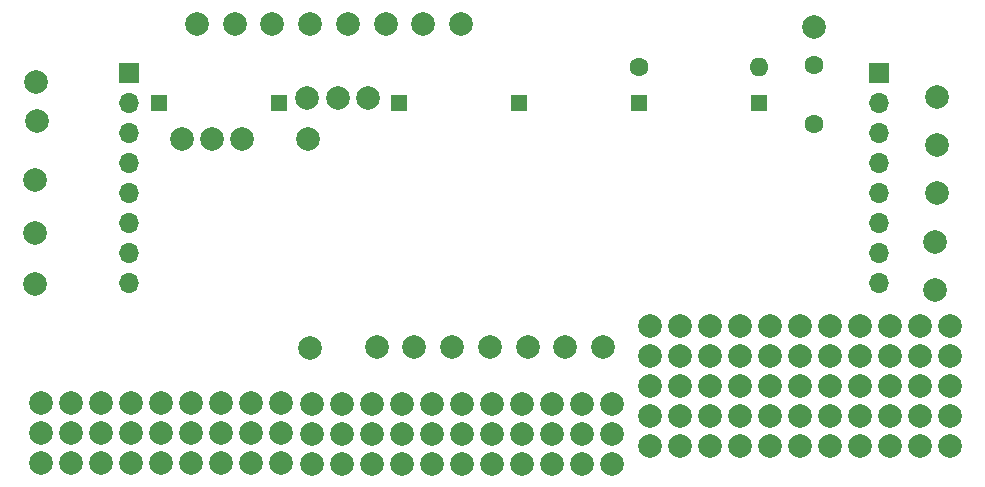
<source format=gbs>
G04 #@! TF.GenerationSoftware,KiCad,Pcbnew,6.0.9-8da3e8f707~116~ubuntu20.04.1*
G04 #@! TF.CreationDate,2022-11-05T19:19:53+00:00*
G04 #@! TF.ProjectId,slrm,736c726d-2e6b-4696-9361-645f70636258,rev?*
G04 #@! TF.SameCoordinates,Original*
G04 #@! TF.FileFunction,Soldermask,Bot*
G04 #@! TF.FilePolarity,Negative*
%FSLAX46Y46*%
G04 Gerber Fmt 4.6, Leading zero omitted, Abs format (unit mm)*
G04 Created by KiCad (PCBNEW 6.0.9-8da3e8f707~116~ubuntu20.04.1) date 2022-11-05 19:19:53*
%MOMM*%
%LPD*%
G01*
G04 APERTURE LIST*
%ADD10C,2.000000*%
%ADD11R,1.350000X1.350000*%
%ADD12C,1.600000*%
%ADD13R,1.700000X1.700000*%
%ADD14O,1.700000X1.700000*%
%ADD15O,1.600000X1.600000*%
G04 APERTURE END LIST*
D10*
X111940000Y-114290000D03*
X122100000Y-114290000D03*
X119560000Y-119370000D03*
X114480000Y-114290000D03*
X127180000Y-114290000D03*
X111940000Y-119370000D03*
X117020000Y-116830000D03*
X132260000Y-114290000D03*
X122100000Y-116830000D03*
X119560000Y-114290000D03*
X117020000Y-114290000D03*
X119560000Y-116830000D03*
X129720000Y-116830000D03*
X132260000Y-116830000D03*
X117020000Y-119370000D03*
X114480000Y-116830000D03*
X127180000Y-116830000D03*
X124640000Y-116830000D03*
X129720000Y-114290000D03*
X114480000Y-119370000D03*
X124640000Y-119370000D03*
X111940000Y-116830000D03*
X129720000Y-119370000D03*
X127180000Y-119370000D03*
X122100000Y-119370000D03*
X124640000Y-114290000D03*
X132260000Y-119370000D03*
X140020000Y-114360000D03*
X150180000Y-114360000D03*
X147640000Y-119440000D03*
X142560000Y-114360000D03*
X155260000Y-114360000D03*
X140020000Y-119440000D03*
X134940000Y-116900000D03*
X145100000Y-116900000D03*
X160340000Y-114360000D03*
X150180000Y-116900000D03*
X147640000Y-114360000D03*
X145100000Y-114360000D03*
X137480000Y-116900000D03*
X147640000Y-116900000D03*
X157800000Y-116900000D03*
X160340000Y-116900000D03*
X145100000Y-119440000D03*
X134940000Y-119440000D03*
X142560000Y-116900000D03*
X155260000Y-116900000D03*
X152720000Y-116900000D03*
X157800000Y-114360000D03*
X137480000Y-114360000D03*
X134940000Y-114360000D03*
X142560000Y-119440000D03*
X152720000Y-119440000D03*
X140020000Y-116900000D03*
X157800000Y-119440000D03*
X155260000Y-119440000D03*
X150180000Y-119440000D03*
X137480000Y-119440000D03*
X152720000Y-114360000D03*
X160340000Y-119440000D03*
X188930000Y-117940000D03*
X186390000Y-117940000D03*
X183850000Y-117940000D03*
X181310000Y-117940000D03*
X178770000Y-117940000D03*
X176230000Y-117940000D03*
X173690000Y-117940000D03*
X171150000Y-117940000D03*
X168610000Y-117940000D03*
X166070000Y-117940000D03*
X163530000Y-117940000D03*
X188930000Y-115400000D03*
X186390000Y-115400000D03*
X183850000Y-115400000D03*
X181310000Y-115400000D03*
X178770000Y-115400000D03*
X176230000Y-115400000D03*
X173690000Y-115400000D03*
X171150000Y-115400000D03*
X168610000Y-115400000D03*
X166070000Y-115400000D03*
X163530000Y-115400000D03*
X188930000Y-112860000D03*
X186390000Y-112860000D03*
X183850000Y-112860000D03*
X181310000Y-112860000D03*
X178770000Y-112860000D03*
X176230000Y-112860000D03*
X173690000Y-112860000D03*
X171150000Y-112860000D03*
X168610000Y-112860000D03*
X166070000Y-112860000D03*
X163530000Y-112860000D03*
X188930000Y-110320000D03*
X186390000Y-110320000D03*
X183850000Y-110320000D03*
X181310000Y-110320000D03*
X178770000Y-110320000D03*
X176230000Y-110320000D03*
X173690000Y-110320000D03*
X171150000Y-110320000D03*
X168610000Y-110320000D03*
X166070000Y-110320000D03*
X163530000Y-110320000D03*
X188930000Y-107780000D03*
X186390000Y-107780000D03*
X183850000Y-107780000D03*
X181310000Y-107780000D03*
X178770000Y-107780000D03*
X176230000Y-107780000D03*
X173690000Y-107780000D03*
X171150000Y-107780000D03*
X168610000Y-107780000D03*
X166070000Y-107780000D03*
X163530000Y-107780000D03*
X134700000Y-109620000D03*
X177400000Y-82440000D03*
X140390000Y-109590000D03*
X149964998Y-109590000D03*
X143581666Y-109590000D03*
X146773332Y-109590000D03*
X153156664Y-109590000D03*
X156348330Y-109590000D03*
X159540000Y-109590000D03*
X123930000Y-91990000D03*
X126440000Y-91990000D03*
X128980000Y-91990000D03*
X134600000Y-91920000D03*
X134520000Y-88460000D03*
X137120000Y-88460000D03*
X139660000Y-88460000D03*
X147520000Y-82190000D03*
X144327142Y-82190000D03*
X141134285Y-82190000D03*
X137941428Y-82190000D03*
X134748571Y-82190000D03*
X131555714Y-82190000D03*
X128362857Y-82190000D03*
X125170000Y-82190000D03*
D11*
X121920000Y-88900000D03*
X162560000Y-88900000D03*
D10*
X187629800Y-100660200D03*
X111480600Y-104241600D03*
D12*
X177400000Y-85690000D03*
X177400000Y-90690000D03*
D11*
X142240000Y-88900000D03*
D10*
X111480600Y-99898200D03*
X111480600Y-95427800D03*
X111582200Y-87172800D03*
D13*
X119380000Y-86360000D03*
D14*
X119380000Y-88900000D03*
X119380000Y-91440000D03*
X119380000Y-93980000D03*
X119380000Y-96520000D03*
X119380000Y-99060000D03*
X119380000Y-101600000D03*
X119380000Y-104140000D03*
D12*
X162585400Y-85826600D03*
D15*
X172745400Y-85826600D03*
D13*
X182880000Y-86360000D03*
D14*
X182880000Y-88900000D03*
X182880000Y-91440000D03*
X182880000Y-93980000D03*
X182880000Y-96520000D03*
X182880000Y-99060000D03*
X182880000Y-101600000D03*
X182880000Y-104140000D03*
D11*
X132080000Y-88900000D03*
X172720000Y-88900000D03*
D10*
X187680600Y-104749600D03*
X187807600Y-96545400D03*
X187858400Y-92481400D03*
X111600000Y-90410000D03*
D11*
X152400000Y-88900000D03*
D10*
X187833000Y-88366600D03*
M02*

</source>
